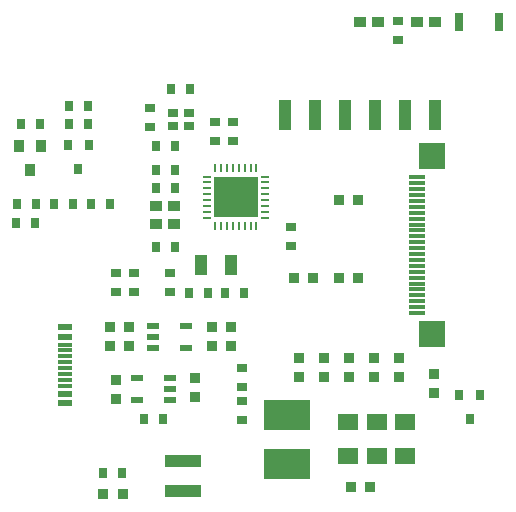
<source format=gtp>
G04*
G04 #@! TF.GenerationSoftware,Altium Limited,Altium Designer,22.6.1 (34)*
G04*
G04 Layer_Color=8421504*
%FSLAX25Y25*%
%MOIN*%
G70*
G04*
G04 #@! TF.SameCoordinates,C960C2BB-4387-47BD-B0B2-73E0CB32DA73*
G04*
G04*
G04 #@! TF.FilePolarity,Positive*
G04*
G01*
G75*
%ADD18R,0.03300X0.04200*%
%ADD19R,0.03150X0.03543*%
%ADD20R,0.02756X0.03543*%
%ADD21R,0.03543X0.02756*%
%ADD22R,0.03937X0.09843*%
%ADD23R,0.03150X0.06299*%
%ADD24R,0.03937X0.03740*%
%ADD25R,0.04331X0.02362*%
%ADD26R,0.14961X0.13780*%
%ADD27O,0.02953X0.00984*%
%ADD28O,0.00984X0.02953*%
%ADD29R,0.03937X0.07087*%
%ADD30R,0.15748X0.09843*%
%ADD31R,0.03799X0.03543*%
%ADD32R,0.03543X0.03799*%
%ADD33R,0.03347X0.03740*%
%ADD34R,0.03347X0.02953*%
%ADD35R,0.04528X0.01181*%
%ADD36R,0.04528X0.02362*%
%ADD37R,0.12480X0.04016*%
%ADD38R,0.09055X0.09055*%
%ADD39R,0.05512X0.01181*%
%ADD40R,0.07087X0.05276*%
D18*
X-72000Y33000D02*
D03*
X-79400D02*
D03*
X-75700Y25126D02*
D03*
D19*
X-59500Y25563D02*
D03*
X-63043Y33437D02*
D03*
X-55957D02*
D03*
X71000Y-57937D02*
D03*
X74543Y-50063D02*
D03*
X67457D02*
D03*
D20*
X-62610Y46500D02*
D03*
X-56390D02*
D03*
X-56390Y40500D02*
D03*
X-62610D02*
D03*
X-72390D02*
D03*
X-78610D02*
D03*
X-79941Y13669D02*
D03*
X-73721D02*
D03*
X-67526D02*
D03*
X-61305D02*
D03*
X-80110Y7500D02*
D03*
X-73890D02*
D03*
X-28610Y52000D02*
D03*
X-22390D02*
D03*
X-10610Y-16000D02*
D03*
X-4390D02*
D03*
X-22610D02*
D03*
X-16390D02*
D03*
X-31390Y-58000D02*
D03*
X-37610D02*
D03*
X-44890Y-76000D02*
D03*
X-51110D02*
D03*
X-33610Y33000D02*
D03*
X-27390D02*
D03*
X-33610Y25000D02*
D03*
X-27390D02*
D03*
Y19000D02*
D03*
X-33610D02*
D03*
X-27390Y-500D02*
D03*
X-33610D02*
D03*
X-48890Y13669D02*
D03*
X-55110D02*
D03*
D21*
X47000Y74610D02*
D03*
Y68390D02*
D03*
X11500Y6000D02*
D03*
Y-221D02*
D03*
X-5000Y-47110D02*
D03*
Y-40890D02*
D03*
Y-58110D02*
D03*
Y-51890D02*
D03*
X-29000Y-9390D02*
D03*
Y-15610D02*
D03*
X-8000Y34890D02*
D03*
Y41110D02*
D03*
X-14000Y34890D02*
D03*
Y41110D02*
D03*
X-35500Y45610D02*
D03*
Y39390D02*
D03*
X-41000Y-15610D02*
D03*
Y-9390D02*
D03*
X-47000Y-15610D02*
D03*
Y-9390D02*
D03*
D22*
X59500Y43500D02*
D03*
X49500D02*
D03*
X39500D02*
D03*
X29500D02*
D03*
X19500D02*
D03*
X9500D02*
D03*
D23*
X80693Y74500D02*
D03*
X67307D02*
D03*
D24*
X53427D02*
D03*
X59333D02*
D03*
X40453D02*
D03*
X34547D02*
D03*
X-33453Y13000D02*
D03*
X-27547D02*
D03*
X-27547Y7000D02*
D03*
X-33453D02*
D03*
D25*
X-34512Y-26800D02*
D03*
X-23488D02*
D03*
X-34512Y-30540D02*
D03*
Y-34280D02*
D03*
X-23488D02*
D03*
X-28988Y-51700D02*
D03*
X-40012D02*
D03*
X-28988Y-47960D02*
D03*
Y-44220D02*
D03*
X-40012D02*
D03*
D26*
X-7000Y16000D02*
D03*
D27*
X-16646Y9110D02*
D03*
Y11079D02*
D03*
Y13047D02*
D03*
Y15016D02*
D03*
Y16984D02*
D03*
Y18953D02*
D03*
Y20921D02*
D03*
Y22890D02*
D03*
X2646D02*
D03*
Y20921D02*
D03*
Y18953D02*
D03*
Y16984D02*
D03*
Y15016D02*
D03*
Y13047D02*
D03*
Y11079D02*
D03*
Y9110D02*
D03*
D28*
X-13890Y25646D02*
D03*
X-11921D02*
D03*
X-9953D02*
D03*
X-7984D02*
D03*
X-6016D02*
D03*
X-4047D02*
D03*
X-2079D02*
D03*
X-110D02*
D03*
Y6354D02*
D03*
X-2079D02*
D03*
X-4047D02*
D03*
X-6016D02*
D03*
X-7984D02*
D03*
X-9953D02*
D03*
X-11921D02*
D03*
X-13890D02*
D03*
D29*
X-18421Y-6500D02*
D03*
X-8579D02*
D03*
D30*
X10000Y-72874D02*
D03*
Y-56732D02*
D03*
D31*
X31350Y-80500D02*
D03*
X37650D02*
D03*
X27350Y15000D02*
D03*
X33650D02*
D03*
X27350Y-11000D02*
D03*
X33650D02*
D03*
X18650D02*
D03*
X12350D02*
D03*
D32*
X-42500Y-33650D02*
D03*
Y-27350D02*
D03*
X-49000Y-33650D02*
D03*
Y-27350D02*
D03*
X-15000Y-33650D02*
D03*
Y-27350D02*
D03*
X-8500Y-33650D02*
D03*
Y-27350D02*
D03*
X-20500Y-50650D02*
D03*
Y-44350D02*
D03*
X-47000Y-51150D02*
D03*
Y-44850D02*
D03*
X59000Y-42850D02*
D03*
Y-49150D02*
D03*
X47500Y-44000D02*
D03*
Y-37701D02*
D03*
X39125D02*
D03*
Y-44000D02*
D03*
X30750D02*
D03*
Y-37701D02*
D03*
X22375D02*
D03*
Y-44000D02*
D03*
X14000D02*
D03*
Y-37701D02*
D03*
D33*
X-51346Y-83000D02*
D03*
X-44653D02*
D03*
D34*
X-27815Y44000D02*
D03*
Y39866D02*
D03*
X-22500Y44000D02*
D03*
Y39866D02*
D03*
D35*
X-63779Y-33110D02*
D03*
Y-35079D02*
D03*
Y-37047D02*
D03*
Y-46890D02*
D03*
Y-44921D02*
D03*
Y-42953D02*
D03*
Y-39016D02*
D03*
Y-40984D02*
D03*
D36*
Y-49449D02*
D03*
Y-30551D02*
D03*
Y-52598D02*
D03*
Y-27402D02*
D03*
D37*
X-24500Y-72000D02*
D03*
Y-82000D02*
D03*
D38*
X58421Y-29626D02*
D03*
Y29626D02*
D03*
D39*
X53500Y-6890D02*
D03*
Y20669D02*
D03*
Y18701D02*
D03*
Y16732D02*
D03*
Y14764D02*
D03*
Y12795D02*
D03*
Y10827D02*
D03*
Y8858D02*
D03*
Y6890D02*
D03*
Y4921D02*
D03*
Y2953D02*
D03*
Y984D02*
D03*
Y-984D02*
D03*
Y-2953D02*
D03*
Y-4921D02*
D03*
Y-8858D02*
D03*
Y-10827D02*
D03*
Y-12795D02*
D03*
Y-14764D02*
D03*
Y-16732D02*
D03*
Y-18701D02*
D03*
Y-20669D02*
D03*
Y-22638D02*
D03*
Y22638D02*
D03*
D03*
D40*
X49500Y-58870D02*
D03*
Y-70130D02*
D03*
X40000D02*
D03*
Y-58870D02*
D03*
X30500D02*
D03*
Y-70130D02*
D03*
M02*

</source>
